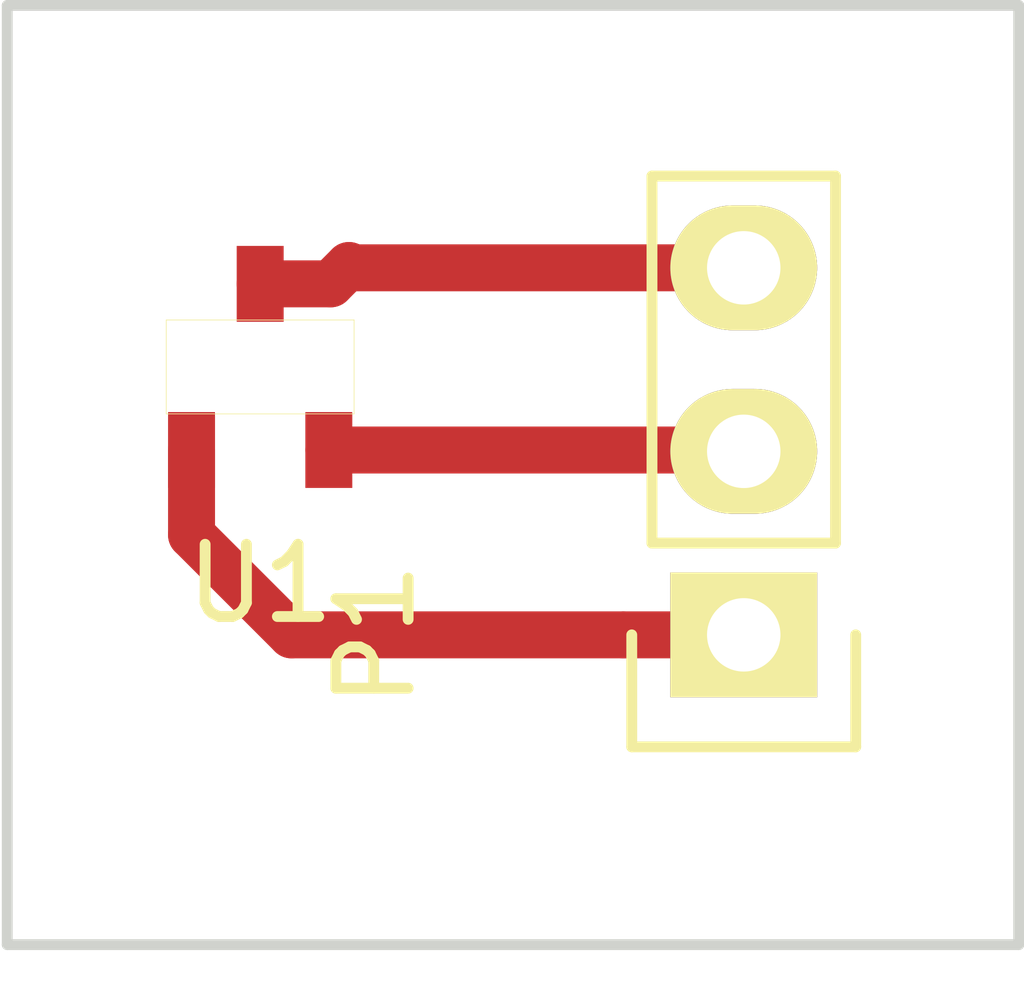
<source format=kicad_pcb>
(kicad_pcb (version 4) (host pcbnew 4.0.3+e1-6302~38~ubuntu16.04.1-stable)

  (general
    (links 3)
    (no_connects 0)
    (area 144.82491 99.924999 159.075001 113.745333)
    (thickness 1.6)
    (drawings 4)
    (tracks 10)
    (zones 0)
    (modules 2)
    (nets 4)
  )

  (page A4)
  (layers
    (0 F.Cu signal)
    (31 B.Cu signal)
    (32 B.Adhes user)
    (33 F.Adhes user)
    (34 B.Paste user)
    (35 F.Paste user)
    (36 B.SilkS user)
    (37 F.SilkS user)
    (38 B.Mask user)
    (39 F.Mask user)
    (40 Dwgs.User user)
    (41 Cmts.User user)
    (42 Eco1.User user)
    (43 Eco2.User user)
    (44 Edge.Cuts user)
    (45 Margin user)
    (46 B.CrtYd user)
    (47 F.CrtYd user)
    (48 B.Fab user)
    (49 F.Fab user)
  )

  (setup
    (last_trace_width 0.65)
    (user_trace_width 0.65)
    (user_trace_width 1.05)
    (trace_clearance 0.2)
    (zone_clearance 0.508)
    (zone_45_only no)
    (trace_min 0.2)
    (segment_width 0.2)
    (edge_width 0.15)
    (via_size 0.6)
    (via_drill 0.4)
    (via_min_size 0.4)
    (via_min_drill 0.3)
    (uvia_size 0.3)
    (uvia_drill 0.1)
    (uvias_allowed no)
    (uvia_min_size 0.2)
    (uvia_min_drill 0.1)
    (pcb_text_width 0.3)
    (pcb_text_size 1.5 1.5)
    (mod_edge_width 0.15)
    (mod_text_size 1 1)
    (mod_text_width 0.15)
    (pad_size 1.524 1.524)
    (pad_drill 0.762)
    (pad_to_mask_clearance 0.2)
    (aux_axis_origin 0 0)
    (visible_elements FFFFFF7F)
    (pcbplotparams
      (layerselection 0x01000_00000001)
      (usegerberextensions false)
      (excludeedgelayer true)
      (linewidth 0.100000)
      (plotframeref false)
      (viasonmask false)
      (mode 1)
      (useauxorigin false)
      (hpglpennumber 1)
      (hpglpenspeed 20)
      (hpglpendiameter 15)
      (hpglpenoverlay 2)
      (psnegative false)
      (psa4output false)
      (plotreference true)
      (plotvalue true)
      (plotinvisibletext false)
      (padsonsilk false)
      (subtractmaskfromsilk false)
      (outputformat 1)
      (mirror false)
      (drillshape 0)
      (scaleselection 1)
      (outputdirectory gerbers/))
  )

  (net 0 "")
  (net 1 GND)
  (net 2 VOUT)
  (net 3 +5V)

  (net_class Default "This is the default net class."
    (clearance 0.2)
    (trace_width 0.25)
    (via_dia 0.6)
    (via_drill 0.4)
    (uvia_dia 0.3)
    (uvia_drill 0.1)
    (add_net +5V)
    (add_net GND)
    (add_net VOUT)
  )

  (module Socket_Strips:Socket_Strip_Straight_1x03 (layer F.Cu) (tedit 54E9F429) (tstamp 57C0768D)
    (at 155.194 108.712 90)
    (descr "Through hole socket strip")
    (tags "socket strip")
    (path /57C070DB)
    (fp_text reference P1 (at 0 -5.1 90) (layer F.SilkS)
      (effects (font (size 1 1) (thickness 0.15)))
    )
    (fp_text value CONN_01X03 (at 0 -3.1 90) (layer F.Fab)
      (effects (font (size 1 1) (thickness 0.15)))
    )
    (fp_line (start 0 -1.55) (end -1.55 -1.55) (layer F.SilkS) (width 0.15))
    (fp_line (start -1.55 -1.55) (end -1.55 1.55) (layer F.SilkS) (width 0.15))
    (fp_line (start -1.55 1.55) (end 0 1.55) (layer F.SilkS) (width 0.15))
    (fp_line (start -1.75 -1.75) (end -1.75 1.75) (layer F.CrtYd) (width 0.05))
    (fp_line (start 6.85 -1.75) (end 6.85 1.75) (layer F.CrtYd) (width 0.05))
    (fp_line (start -1.75 -1.75) (end 6.85 -1.75) (layer F.CrtYd) (width 0.05))
    (fp_line (start -1.75 1.75) (end 6.85 1.75) (layer F.CrtYd) (width 0.05))
    (fp_line (start 1.27 -1.27) (end 6.35 -1.27) (layer F.SilkS) (width 0.15))
    (fp_line (start 6.35 -1.27) (end 6.35 1.27) (layer F.SilkS) (width 0.15))
    (fp_line (start 6.35 1.27) (end 1.27 1.27) (layer F.SilkS) (width 0.15))
    (fp_line (start 1.27 1.27) (end 1.27 -1.27) (layer F.SilkS) (width 0.15))
    (pad 1 thru_hole rect (at 0 0 90) (size 1.7272 2.032) (drill 1.016) (layers *.Cu *.Mask F.SilkS)
      (net 1 GND))
    (pad 2 thru_hole oval (at 2.54 0 90) (size 1.7272 2.032) (drill 1.016) (layers *.Cu *.Mask F.SilkS)
      (net 2 VOUT))
    (pad 3 thru_hole oval (at 5.08 0 90) (size 1.7272 2.032) (drill 1.016) (layers *.Cu *.Mask F.SilkS)
      (net 3 +5V))
    (model Socket_Strips.3dshapes/Socket_Strip_Straight_1x03.wrl
      (at (xyz 0.1 0 0))
      (scale (xyz 1 1 1))
      (rotate (xyz 0 0 180))
    )
  )

  (module scintilla:MCP1700 (layer F.Cu) (tedit 57C0759A) (tstamp 57C07698)
    (at 148.5011 105.0036)
    (path /57C070B6)
    (fp_text reference U1 (at 0 3) (layer F.SilkS)
      (effects (font (size 1 1) (thickness 0.15)))
    )
    (fp_text value MCP1700 (at 0 -3) (layer F.Fab)
      (effects (font (size 1 1) (thickness 0.15)))
    )
    (fp_line (start -1.3 -0.65) (end -1.3 0.65) (layer F.SilkS) (width 0.01))
    (fp_line (start 1.3 -0.65) (end -1.3 -0.65) (layer F.SilkS) (width 0.01))
    (fp_line (start 1.3 0.65) (end 1.3 -0.65) (layer F.SilkS) (width 0.01))
    (fp_line (start -1.3 0.65) (end 1.3 0.65) (layer F.SilkS) (width 0.01))
    (pad 2 smd rect (at 0.95 1.15) (size 0.65 1.05) (layers F.Cu F.Paste F.Mask)
      (net 2 VOUT))
    (pad 1 smd rect (at -0.95 1.15) (size 0.65 1.05) (layers F.Cu F.Paste F.Mask)
      (net 1 GND))
    (pad 3 smd rect (at 0 -1.15) (size 0.65 1.05) (layers F.Cu F.Paste F.Mask)
      (net 3 +5V))
  )

  (gr_line (start 145 113) (end 145 100) (layer Edge.Cuts) (width 0.15))
  (gr_line (start 159 113) (end 145 113) (layer Edge.Cuts) (width 0.15))
  (gr_line (start 159 100) (end 159 113) (layer Edge.Cuts) (width 0.15))
  (gr_line (start 145 100) (end 159 100) (layer Edge.Cuts) (width 0.15))

  (segment (start 147.5511 106.1536) (end 147.5511 107.3286) (width 0.65) (layer F.Cu) (net 1))
  (segment (start 153.528 108.712) (end 155.194 108.712) (width 0.65) (layer F.Cu) (net 1))
  (segment (start 147.5511 107.3286) (end 148.9345 108.712) (width 0.65) (layer F.Cu) (net 1))
  (segment (start 148.9345 108.712) (end 153.528 108.712) (width 0.65) (layer F.Cu) (net 1))
  (segment (start 149.4511 106.1536) (end 155.1756 106.1536) (width 0.65) (layer F.Cu) (net 2))
  (segment (start 155.1756 106.1536) (end 155.194 106.172) (width 0.65) (layer F.Cu) (net 2))
  (segment (start 149.7297 103.6) (end 149.7617 103.632) (width 0.65) (layer F.Cu) (net 3))
  (segment (start 149.7617 103.632) (end 155.194 103.632) (width 0.65) (layer F.Cu) (net 3))
  (segment (start 148.5011 103.8536) (end 149.4761 103.8536) (width 0.65) (layer F.Cu) (net 3))
  (segment (start 149.4761 103.8536) (end 149.7297 103.6) (width 0.65) (layer F.Cu) (net 3))

)

</source>
